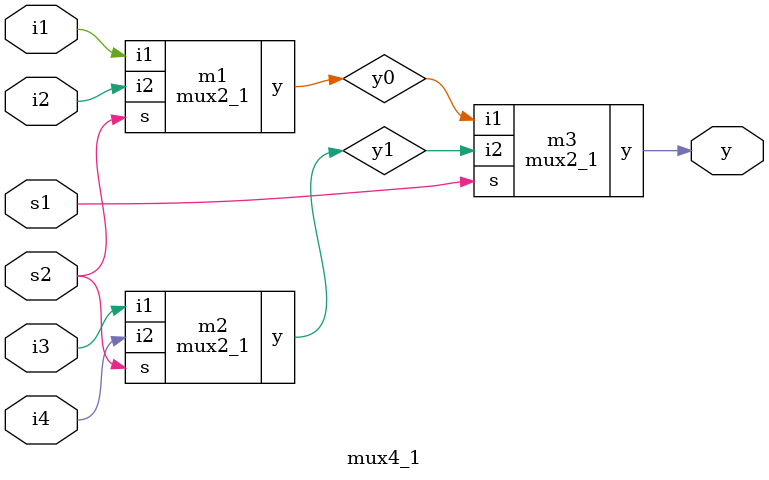
<source format=v>
module mux2_1(input i1,i2,s,output y);
  assign y = s?i2:i1;
endmodule
module mux4_1(input i1,i2,i3,i4,s1,s2,output y);
  wire y0,y1;
  mux2_1 m1(i1,i2,s2,y0);
  mux2_1 m2(i3,i4,s2,y1);
  mux2_1 m3(y0,y1,s1,y);
endmodule

</source>
